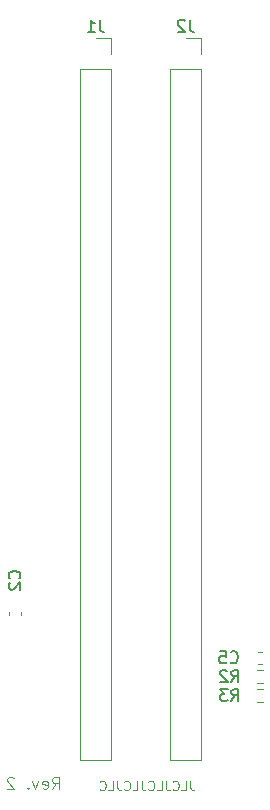
<source format=gbr>
G04 #@! TF.GenerationSoftware,KiCad,Pcbnew,8.0.4+dfsg-1*
G04 #@! TF.CreationDate,2025-03-02T18:02:47+09:00*
G04 #@! TF.ProjectId,bionic-tms9980,62696f6e-6963-42d7-946d-73393938302e,2*
G04 #@! TF.SameCoordinates,Original*
G04 #@! TF.FileFunction,Legend,Bot*
G04 #@! TF.FilePolarity,Positive*
%FSLAX46Y46*%
G04 Gerber Fmt 4.6, Leading zero omitted, Abs format (unit mm)*
G04 Created by KiCad (PCBNEW 8.0.4+dfsg-1) date 2025-03-02 18:02:47*
%MOMM*%
%LPD*%
G01*
G04 APERTURE LIST*
%ADD10C,0.125000*%
%ADD11C,0.100000*%
%ADD12C,0.150000*%
%ADD13C,0.120000*%
G04 APERTURE END LIST*
D10*
X106204240Y-137308119D02*
X106537573Y-136831928D01*
X106775668Y-137308119D02*
X106775668Y-136308119D01*
X106775668Y-136308119D02*
X106394716Y-136308119D01*
X106394716Y-136308119D02*
X106299478Y-136355738D01*
X106299478Y-136355738D02*
X106251859Y-136403357D01*
X106251859Y-136403357D02*
X106204240Y-136498595D01*
X106204240Y-136498595D02*
X106204240Y-136641452D01*
X106204240Y-136641452D02*
X106251859Y-136736690D01*
X106251859Y-136736690D02*
X106299478Y-136784309D01*
X106299478Y-136784309D02*
X106394716Y-136831928D01*
X106394716Y-136831928D02*
X106775668Y-136831928D01*
X105394716Y-137260500D02*
X105489954Y-137308119D01*
X105489954Y-137308119D02*
X105680430Y-137308119D01*
X105680430Y-137308119D02*
X105775668Y-137260500D01*
X105775668Y-137260500D02*
X105823287Y-137165261D01*
X105823287Y-137165261D02*
X105823287Y-136784309D01*
X105823287Y-136784309D02*
X105775668Y-136689071D01*
X105775668Y-136689071D02*
X105680430Y-136641452D01*
X105680430Y-136641452D02*
X105489954Y-136641452D01*
X105489954Y-136641452D02*
X105394716Y-136689071D01*
X105394716Y-136689071D02*
X105347097Y-136784309D01*
X105347097Y-136784309D02*
X105347097Y-136879547D01*
X105347097Y-136879547D02*
X105823287Y-136974785D01*
X105013763Y-136641452D02*
X104775668Y-137308119D01*
X104775668Y-137308119D02*
X104537573Y-136641452D01*
X104156620Y-137212880D02*
X104109001Y-137260500D01*
X104109001Y-137260500D02*
X104156620Y-137308119D01*
X104156620Y-137308119D02*
X104204239Y-137260500D01*
X104204239Y-137260500D02*
X104156620Y-137212880D01*
X104156620Y-137212880D02*
X104156620Y-137308119D01*
X102966144Y-136403357D02*
X102918525Y-136355738D01*
X102918525Y-136355738D02*
X102823287Y-136308119D01*
X102823287Y-136308119D02*
X102585192Y-136308119D01*
X102585192Y-136308119D02*
X102489954Y-136355738D01*
X102489954Y-136355738D02*
X102442335Y-136403357D01*
X102442335Y-136403357D02*
X102394716Y-136498595D01*
X102394716Y-136498595D02*
X102394716Y-136593833D01*
X102394716Y-136593833D02*
X102442335Y-136736690D01*
X102442335Y-136736690D02*
X103013763Y-137308119D01*
X103013763Y-137308119D02*
X102394716Y-137308119D01*
D11*
X117903238Y-136620895D02*
X117903238Y-137192323D01*
X117903238Y-137192323D02*
X117941333Y-137306609D01*
X117941333Y-137306609D02*
X118017524Y-137382800D01*
X118017524Y-137382800D02*
X118131809Y-137420895D01*
X118131809Y-137420895D02*
X118208000Y-137420895D01*
X117141333Y-137420895D02*
X117522285Y-137420895D01*
X117522285Y-137420895D02*
X117522285Y-136620895D01*
X116417523Y-137344704D02*
X116455619Y-137382800D01*
X116455619Y-137382800D02*
X116569904Y-137420895D01*
X116569904Y-137420895D02*
X116646095Y-137420895D01*
X116646095Y-137420895D02*
X116760381Y-137382800D01*
X116760381Y-137382800D02*
X116836571Y-137306609D01*
X116836571Y-137306609D02*
X116874666Y-137230419D01*
X116874666Y-137230419D02*
X116912762Y-137078038D01*
X116912762Y-137078038D02*
X116912762Y-136963752D01*
X116912762Y-136963752D02*
X116874666Y-136811371D01*
X116874666Y-136811371D02*
X116836571Y-136735180D01*
X116836571Y-136735180D02*
X116760381Y-136658990D01*
X116760381Y-136658990D02*
X116646095Y-136620895D01*
X116646095Y-136620895D02*
X116569904Y-136620895D01*
X116569904Y-136620895D02*
X116455619Y-136658990D01*
X116455619Y-136658990D02*
X116417523Y-136697085D01*
X115846095Y-136620895D02*
X115846095Y-137192323D01*
X115846095Y-137192323D02*
X115884190Y-137306609D01*
X115884190Y-137306609D02*
X115960381Y-137382800D01*
X115960381Y-137382800D02*
X116074666Y-137420895D01*
X116074666Y-137420895D02*
X116150857Y-137420895D01*
X115084190Y-137420895D02*
X115465142Y-137420895D01*
X115465142Y-137420895D02*
X115465142Y-136620895D01*
X114360380Y-137344704D02*
X114398476Y-137382800D01*
X114398476Y-137382800D02*
X114512761Y-137420895D01*
X114512761Y-137420895D02*
X114588952Y-137420895D01*
X114588952Y-137420895D02*
X114703238Y-137382800D01*
X114703238Y-137382800D02*
X114779428Y-137306609D01*
X114779428Y-137306609D02*
X114817523Y-137230419D01*
X114817523Y-137230419D02*
X114855619Y-137078038D01*
X114855619Y-137078038D02*
X114855619Y-136963752D01*
X114855619Y-136963752D02*
X114817523Y-136811371D01*
X114817523Y-136811371D02*
X114779428Y-136735180D01*
X114779428Y-136735180D02*
X114703238Y-136658990D01*
X114703238Y-136658990D02*
X114588952Y-136620895D01*
X114588952Y-136620895D02*
X114512761Y-136620895D01*
X114512761Y-136620895D02*
X114398476Y-136658990D01*
X114398476Y-136658990D02*
X114360380Y-136697085D01*
X113788952Y-136620895D02*
X113788952Y-137192323D01*
X113788952Y-137192323D02*
X113827047Y-137306609D01*
X113827047Y-137306609D02*
X113903238Y-137382800D01*
X113903238Y-137382800D02*
X114017523Y-137420895D01*
X114017523Y-137420895D02*
X114093714Y-137420895D01*
X113027047Y-137420895D02*
X113407999Y-137420895D01*
X113407999Y-137420895D02*
X113407999Y-136620895D01*
X112303237Y-137344704D02*
X112341333Y-137382800D01*
X112341333Y-137382800D02*
X112455618Y-137420895D01*
X112455618Y-137420895D02*
X112531809Y-137420895D01*
X112531809Y-137420895D02*
X112646095Y-137382800D01*
X112646095Y-137382800D02*
X112722285Y-137306609D01*
X112722285Y-137306609D02*
X112760380Y-137230419D01*
X112760380Y-137230419D02*
X112798476Y-137078038D01*
X112798476Y-137078038D02*
X112798476Y-136963752D01*
X112798476Y-136963752D02*
X112760380Y-136811371D01*
X112760380Y-136811371D02*
X112722285Y-136735180D01*
X112722285Y-136735180D02*
X112646095Y-136658990D01*
X112646095Y-136658990D02*
X112531809Y-136620895D01*
X112531809Y-136620895D02*
X112455618Y-136620895D01*
X112455618Y-136620895D02*
X112341333Y-136658990D01*
X112341333Y-136658990D02*
X112303237Y-136697085D01*
X111731809Y-136620895D02*
X111731809Y-137192323D01*
X111731809Y-137192323D02*
X111769904Y-137306609D01*
X111769904Y-137306609D02*
X111846095Y-137382800D01*
X111846095Y-137382800D02*
X111960380Y-137420895D01*
X111960380Y-137420895D02*
X112036571Y-137420895D01*
X110969904Y-137420895D02*
X111350856Y-137420895D01*
X111350856Y-137420895D02*
X111350856Y-136620895D01*
X110246094Y-137344704D02*
X110284190Y-137382800D01*
X110284190Y-137382800D02*
X110398475Y-137420895D01*
X110398475Y-137420895D02*
X110474666Y-137420895D01*
X110474666Y-137420895D02*
X110588952Y-137382800D01*
X110588952Y-137382800D02*
X110665142Y-137306609D01*
X110665142Y-137306609D02*
X110703237Y-137230419D01*
X110703237Y-137230419D02*
X110741333Y-137078038D01*
X110741333Y-137078038D02*
X110741333Y-136963752D01*
X110741333Y-136963752D02*
X110703237Y-136811371D01*
X110703237Y-136811371D02*
X110665142Y-136735180D01*
X110665142Y-136735180D02*
X110588952Y-136658990D01*
X110588952Y-136658990D02*
X110474666Y-136620895D01*
X110474666Y-136620895D02*
X110398475Y-136620895D01*
X110398475Y-136620895D02*
X110284190Y-136658990D01*
X110284190Y-136658990D02*
X110246094Y-136697085D01*
D12*
X110223333Y-72204819D02*
X110223333Y-72919104D01*
X110223333Y-72919104D02*
X110270952Y-73061961D01*
X110270952Y-73061961D02*
X110366190Y-73157200D01*
X110366190Y-73157200D02*
X110509047Y-73204819D01*
X110509047Y-73204819D02*
X110604285Y-73204819D01*
X109223333Y-73204819D02*
X109794761Y-73204819D01*
X109509047Y-73204819D02*
X109509047Y-72204819D01*
X109509047Y-72204819D02*
X109604285Y-72347676D01*
X109604285Y-72347676D02*
X109699523Y-72442914D01*
X109699523Y-72442914D02*
X109794761Y-72490533D01*
X121385066Y-129865419D02*
X121718399Y-129389228D01*
X121956494Y-129865419D02*
X121956494Y-128865419D01*
X121956494Y-128865419D02*
X121575542Y-128865419D01*
X121575542Y-128865419D02*
X121480304Y-128913038D01*
X121480304Y-128913038D02*
X121432685Y-128960657D01*
X121432685Y-128960657D02*
X121385066Y-129055895D01*
X121385066Y-129055895D02*
X121385066Y-129198752D01*
X121385066Y-129198752D02*
X121432685Y-129293990D01*
X121432685Y-129293990D02*
X121480304Y-129341609D01*
X121480304Y-129341609D02*
X121575542Y-129389228D01*
X121575542Y-129389228D02*
X121956494Y-129389228D01*
X121051732Y-128865419D02*
X120432685Y-128865419D01*
X120432685Y-128865419D02*
X120766018Y-129246371D01*
X120766018Y-129246371D02*
X120623161Y-129246371D01*
X120623161Y-129246371D02*
X120527923Y-129293990D01*
X120527923Y-129293990D02*
X120480304Y-129341609D01*
X120480304Y-129341609D02*
X120432685Y-129436847D01*
X120432685Y-129436847D02*
X120432685Y-129674942D01*
X120432685Y-129674942D02*
X120480304Y-129770180D01*
X120480304Y-129770180D02*
X120527923Y-129817800D01*
X120527923Y-129817800D02*
X120623161Y-129865419D01*
X120623161Y-129865419D02*
X120908875Y-129865419D01*
X120908875Y-129865419D02*
X121004113Y-129817800D01*
X121004113Y-129817800D02*
X121051732Y-129770180D01*
X121308866Y-126569780D02*
X121356485Y-126617400D01*
X121356485Y-126617400D02*
X121499342Y-126665019D01*
X121499342Y-126665019D02*
X121594580Y-126665019D01*
X121594580Y-126665019D02*
X121737437Y-126617400D01*
X121737437Y-126617400D02*
X121832675Y-126522161D01*
X121832675Y-126522161D02*
X121880294Y-126426923D01*
X121880294Y-126426923D02*
X121927913Y-126236447D01*
X121927913Y-126236447D02*
X121927913Y-126093590D01*
X121927913Y-126093590D02*
X121880294Y-125903114D01*
X121880294Y-125903114D02*
X121832675Y-125807876D01*
X121832675Y-125807876D02*
X121737437Y-125712638D01*
X121737437Y-125712638D02*
X121594580Y-125665019D01*
X121594580Y-125665019D02*
X121499342Y-125665019D01*
X121499342Y-125665019D02*
X121356485Y-125712638D01*
X121356485Y-125712638D02*
X121308866Y-125760257D01*
X120404104Y-125665019D02*
X120880294Y-125665019D01*
X120880294Y-125665019D02*
X120927913Y-126141209D01*
X120927913Y-126141209D02*
X120880294Y-126093590D01*
X120880294Y-126093590D02*
X120785056Y-126045971D01*
X120785056Y-126045971D02*
X120546961Y-126045971D01*
X120546961Y-126045971D02*
X120451723Y-126093590D01*
X120451723Y-126093590D02*
X120404104Y-126141209D01*
X120404104Y-126141209D02*
X120356485Y-126236447D01*
X120356485Y-126236447D02*
X120356485Y-126474542D01*
X120356485Y-126474542D02*
X120404104Y-126569780D01*
X120404104Y-126569780D02*
X120451723Y-126617400D01*
X120451723Y-126617400D02*
X120546961Y-126665019D01*
X120546961Y-126665019D02*
X120785056Y-126665019D01*
X120785056Y-126665019D02*
X120880294Y-126617400D01*
X120880294Y-126617400D02*
X120927913Y-126569780D01*
X117843333Y-72204819D02*
X117843333Y-72919104D01*
X117843333Y-72919104D02*
X117890952Y-73061961D01*
X117890952Y-73061961D02*
X117986190Y-73157200D01*
X117986190Y-73157200D02*
X118129047Y-73204819D01*
X118129047Y-73204819D02*
X118224285Y-73204819D01*
X117414761Y-72300057D02*
X117367142Y-72252438D01*
X117367142Y-72252438D02*
X117271904Y-72204819D01*
X117271904Y-72204819D02*
X117033809Y-72204819D01*
X117033809Y-72204819D02*
X116938571Y-72252438D01*
X116938571Y-72252438D02*
X116890952Y-72300057D01*
X116890952Y-72300057D02*
X116843333Y-72395295D01*
X116843333Y-72395295D02*
X116843333Y-72490533D01*
X116843333Y-72490533D02*
X116890952Y-72633390D01*
X116890952Y-72633390D02*
X117462380Y-73204819D01*
X117462380Y-73204819D02*
X116843333Y-73204819D01*
X103416980Y-119489233D02*
X103464600Y-119441614D01*
X103464600Y-119441614D02*
X103512219Y-119298757D01*
X103512219Y-119298757D02*
X103512219Y-119203519D01*
X103512219Y-119203519D02*
X103464600Y-119060662D01*
X103464600Y-119060662D02*
X103369361Y-118965424D01*
X103369361Y-118965424D02*
X103274123Y-118917805D01*
X103274123Y-118917805D02*
X103083647Y-118870186D01*
X103083647Y-118870186D02*
X102940790Y-118870186D01*
X102940790Y-118870186D02*
X102750314Y-118917805D01*
X102750314Y-118917805D02*
X102655076Y-118965424D01*
X102655076Y-118965424D02*
X102559838Y-119060662D01*
X102559838Y-119060662D02*
X102512219Y-119203519D01*
X102512219Y-119203519D02*
X102512219Y-119298757D01*
X102512219Y-119298757D02*
X102559838Y-119441614D01*
X102559838Y-119441614D02*
X102607457Y-119489233D01*
X102607457Y-119870186D02*
X102559838Y-119917805D01*
X102559838Y-119917805D02*
X102512219Y-120013043D01*
X102512219Y-120013043D02*
X102512219Y-120251138D01*
X102512219Y-120251138D02*
X102559838Y-120346376D01*
X102559838Y-120346376D02*
X102607457Y-120393995D01*
X102607457Y-120393995D02*
X102702695Y-120441614D01*
X102702695Y-120441614D02*
X102797933Y-120441614D01*
X102797933Y-120441614D02*
X102940790Y-120393995D01*
X102940790Y-120393995D02*
X103512219Y-119822567D01*
X103512219Y-119822567D02*
X103512219Y-120441614D01*
X121385066Y-128269819D02*
X121718399Y-127793628D01*
X121956494Y-128269819D02*
X121956494Y-127269819D01*
X121956494Y-127269819D02*
X121575542Y-127269819D01*
X121575542Y-127269819D02*
X121480304Y-127317438D01*
X121480304Y-127317438D02*
X121432685Y-127365057D01*
X121432685Y-127365057D02*
X121385066Y-127460295D01*
X121385066Y-127460295D02*
X121385066Y-127603152D01*
X121385066Y-127603152D02*
X121432685Y-127698390D01*
X121432685Y-127698390D02*
X121480304Y-127746009D01*
X121480304Y-127746009D02*
X121575542Y-127793628D01*
X121575542Y-127793628D02*
X121956494Y-127793628D01*
X121004113Y-127365057D02*
X120956494Y-127317438D01*
X120956494Y-127317438D02*
X120861256Y-127269819D01*
X120861256Y-127269819D02*
X120623161Y-127269819D01*
X120623161Y-127269819D02*
X120527923Y-127317438D01*
X120527923Y-127317438D02*
X120480304Y-127365057D01*
X120480304Y-127365057D02*
X120432685Y-127460295D01*
X120432685Y-127460295D02*
X120432685Y-127555533D01*
X120432685Y-127555533D02*
X120480304Y-127698390D01*
X120480304Y-127698390D02*
X121051732Y-128269819D01*
X121051732Y-128269819D02*
X120432685Y-128269819D01*
D13*
X108560000Y-76350000D02*
X111220000Y-76350000D01*
X108560000Y-134830000D02*
X108560000Y-76350000D01*
X108560000Y-134830000D02*
X111220000Y-134830000D01*
X109890000Y-73750000D02*
X111220000Y-73750000D01*
X111220000Y-73750000D02*
X111220000Y-75080000D01*
X111220000Y-134830000D02*
X111220000Y-76350000D01*
X124038524Y-128888100D02*
X123529076Y-128888100D01*
X124038524Y-129933100D02*
X123529076Y-129933100D01*
X123637533Y-125700200D02*
X123930067Y-125700200D01*
X123637533Y-126720200D02*
X123930067Y-126720200D01*
X116180000Y-76350000D02*
X118840000Y-76350000D01*
X116180000Y-134830000D02*
X116180000Y-76350000D01*
X116180000Y-134830000D02*
X118840000Y-134830000D01*
X117510000Y-73750000D02*
X118840000Y-73750000D01*
X118840000Y-73750000D02*
X118840000Y-75080000D01*
X118840000Y-134830000D02*
X118840000Y-76350000D01*
X102522000Y-122329033D02*
X102522000Y-122621567D01*
X103542000Y-122329033D02*
X103542000Y-122621567D01*
X123529076Y-127287900D02*
X124038524Y-127287900D01*
X123529076Y-128332900D02*
X124038524Y-128332900D01*
M02*

</source>
